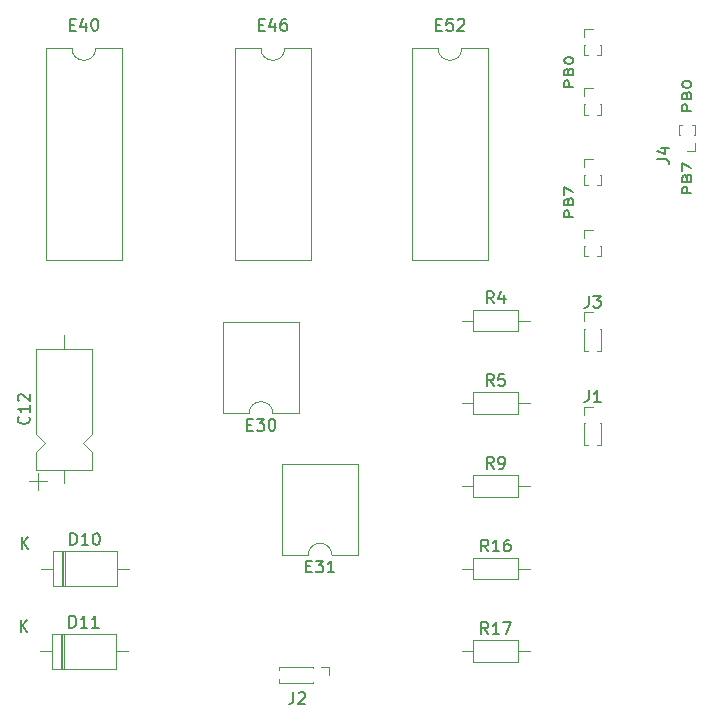
<source format=gbr>
%TF.GenerationSoftware,KiCad,Pcbnew,7.0.1-0*%
%TF.CreationDate,2023-05-12T11:35:50+01:00*%
%TF.ProjectId,rs232,72733233-322e-46b6-9963-61645f706362,rev?*%
%TF.SameCoordinates,Original*%
%TF.FileFunction,Legend,Top*%
%TF.FilePolarity,Positive*%
%FSLAX46Y46*%
G04 Gerber Fmt 4.6, Leading zero omitted, Abs format (unit mm)*
G04 Created by KiCad (PCBNEW 7.0.1-0) date 2023-05-12 11:35:50*
%MOMM*%
%LPD*%
G01*
G04 APERTURE LIST*
%ADD10C,0.150000*%
%ADD11C,0.120000*%
G04 APERTURE END LIST*
D10*
X231346964Y-103238094D02*
X230596964Y-103238094D01*
X230596964Y-103238094D02*
X230596964Y-102857142D01*
X230596964Y-102857142D02*
X230632678Y-102761904D01*
X230632678Y-102761904D02*
X230668392Y-102714285D01*
X230668392Y-102714285D02*
X230739821Y-102666666D01*
X230739821Y-102666666D02*
X230846964Y-102666666D01*
X230846964Y-102666666D02*
X230918392Y-102714285D01*
X230918392Y-102714285D02*
X230954107Y-102761904D01*
X230954107Y-102761904D02*
X230989821Y-102857142D01*
X230989821Y-102857142D02*
X230989821Y-103238094D01*
X230954107Y-101904761D02*
X230989821Y-101761904D01*
X230989821Y-101761904D02*
X231025535Y-101714285D01*
X231025535Y-101714285D02*
X231096964Y-101666666D01*
X231096964Y-101666666D02*
X231204107Y-101666666D01*
X231204107Y-101666666D02*
X231275535Y-101714285D01*
X231275535Y-101714285D02*
X231311250Y-101761904D01*
X231311250Y-101761904D02*
X231346964Y-101857142D01*
X231346964Y-101857142D02*
X231346964Y-102238094D01*
X231346964Y-102238094D02*
X230596964Y-102238094D01*
X230596964Y-102238094D02*
X230596964Y-101904761D01*
X230596964Y-101904761D02*
X230632678Y-101809523D01*
X230632678Y-101809523D02*
X230668392Y-101761904D01*
X230668392Y-101761904D02*
X230739821Y-101714285D01*
X230739821Y-101714285D02*
X230811250Y-101714285D01*
X230811250Y-101714285D02*
X230882678Y-101761904D01*
X230882678Y-101761904D02*
X230918392Y-101809523D01*
X230918392Y-101809523D02*
X230954107Y-101904761D01*
X230954107Y-101904761D02*
X230954107Y-102238094D01*
X230596964Y-101333332D02*
X230596964Y-100666666D01*
X230596964Y-100666666D02*
X231346964Y-101095237D01*
X231346964Y-92238094D02*
X230596964Y-92238094D01*
X230596964Y-92238094D02*
X230596964Y-91857142D01*
X230596964Y-91857142D02*
X230632678Y-91761904D01*
X230632678Y-91761904D02*
X230668392Y-91714285D01*
X230668392Y-91714285D02*
X230739821Y-91666666D01*
X230739821Y-91666666D02*
X230846964Y-91666666D01*
X230846964Y-91666666D02*
X230918392Y-91714285D01*
X230918392Y-91714285D02*
X230954107Y-91761904D01*
X230954107Y-91761904D02*
X230989821Y-91857142D01*
X230989821Y-91857142D02*
X230989821Y-92238094D01*
X230954107Y-90904761D02*
X230989821Y-90761904D01*
X230989821Y-90761904D02*
X231025535Y-90714285D01*
X231025535Y-90714285D02*
X231096964Y-90666666D01*
X231096964Y-90666666D02*
X231204107Y-90666666D01*
X231204107Y-90666666D02*
X231275535Y-90714285D01*
X231275535Y-90714285D02*
X231311250Y-90761904D01*
X231311250Y-90761904D02*
X231346964Y-90857142D01*
X231346964Y-90857142D02*
X231346964Y-91238094D01*
X231346964Y-91238094D02*
X230596964Y-91238094D01*
X230596964Y-91238094D02*
X230596964Y-90904761D01*
X230596964Y-90904761D02*
X230632678Y-90809523D01*
X230632678Y-90809523D02*
X230668392Y-90761904D01*
X230668392Y-90761904D02*
X230739821Y-90714285D01*
X230739821Y-90714285D02*
X230811250Y-90714285D01*
X230811250Y-90714285D02*
X230882678Y-90761904D01*
X230882678Y-90761904D02*
X230918392Y-90809523D01*
X230918392Y-90809523D02*
X230954107Y-90904761D01*
X230954107Y-90904761D02*
X230954107Y-91238094D01*
X230596964Y-90047618D02*
X230596964Y-89952380D01*
X230596964Y-89952380D02*
X230632678Y-89857142D01*
X230632678Y-89857142D02*
X230668392Y-89809523D01*
X230668392Y-89809523D02*
X230739821Y-89761904D01*
X230739821Y-89761904D02*
X230882678Y-89714285D01*
X230882678Y-89714285D02*
X231061250Y-89714285D01*
X231061250Y-89714285D02*
X231204107Y-89761904D01*
X231204107Y-89761904D02*
X231275535Y-89809523D01*
X231275535Y-89809523D02*
X231311250Y-89857142D01*
X231311250Y-89857142D02*
X231346964Y-89952380D01*
X231346964Y-89952380D02*
X231346964Y-90047618D01*
X231346964Y-90047618D02*
X231311250Y-90142856D01*
X231311250Y-90142856D02*
X231275535Y-90190475D01*
X231275535Y-90190475D02*
X231204107Y-90238094D01*
X231204107Y-90238094D02*
X231061250Y-90285713D01*
X231061250Y-90285713D02*
X230882678Y-90285713D01*
X230882678Y-90285713D02*
X230739821Y-90238094D01*
X230739821Y-90238094D02*
X230668392Y-90190475D01*
X230668392Y-90190475D02*
X230632678Y-90142856D01*
X230632678Y-90142856D02*
X230596964Y-90047618D01*
X241346964Y-101238094D02*
X240596964Y-101238094D01*
X240596964Y-101238094D02*
X240596964Y-100857142D01*
X240596964Y-100857142D02*
X240632678Y-100761904D01*
X240632678Y-100761904D02*
X240668392Y-100714285D01*
X240668392Y-100714285D02*
X240739821Y-100666666D01*
X240739821Y-100666666D02*
X240846964Y-100666666D01*
X240846964Y-100666666D02*
X240918392Y-100714285D01*
X240918392Y-100714285D02*
X240954107Y-100761904D01*
X240954107Y-100761904D02*
X240989821Y-100857142D01*
X240989821Y-100857142D02*
X240989821Y-101238094D01*
X240954107Y-99904761D02*
X240989821Y-99761904D01*
X240989821Y-99761904D02*
X241025535Y-99714285D01*
X241025535Y-99714285D02*
X241096964Y-99666666D01*
X241096964Y-99666666D02*
X241204107Y-99666666D01*
X241204107Y-99666666D02*
X241275535Y-99714285D01*
X241275535Y-99714285D02*
X241311250Y-99761904D01*
X241311250Y-99761904D02*
X241346964Y-99857142D01*
X241346964Y-99857142D02*
X241346964Y-100238094D01*
X241346964Y-100238094D02*
X240596964Y-100238094D01*
X240596964Y-100238094D02*
X240596964Y-99904761D01*
X240596964Y-99904761D02*
X240632678Y-99809523D01*
X240632678Y-99809523D02*
X240668392Y-99761904D01*
X240668392Y-99761904D02*
X240739821Y-99714285D01*
X240739821Y-99714285D02*
X240811250Y-99714285D01*
X240811250Y-99714285D02*
X240882678Y-99761904D01*
X240882678Y-99761904D02*
X240918392Y-99809523D01*
X240918392Y-99809523D02*
X240954107Y-99904761D01*
X240954107Y-99904761D02*
X240954107Y-100238094D01*
X240596964Y-99333332D02*
X240596964Y-98666666D01*
X240596964Y-98666666D02*
X241346964Y-99095237D01*
X241346964Y-94238094D02*
X240596964Y-94238094D01*
X240596964Y-94238094D02*
X240596964Y-93857142D01*
X240596964Y-93857142D02*
X240632678Y-93761904D01*
X240632678Y-93761904D02*
X240668392Y-93714285D01*
X240668392Y-93714285D02*
X240739821Y-93666666D01*
X240739821Y-93666666D02*
X240846964Y-93666666D01*
X240846964Y-93666666D02*
X240918392Y-93714285D01*
X240918392Y-93714285D02*
X240954107Y-93761904D01*
X240954107Y-93761904D02*
X240989821Y-93857142D01*
X240989821Y-93857142D02*
X240989821Y-94238094D01*
X240954107Y-92904761D02*
X240989821Y-92761904D01*
X240989821Y-92761904D02*
X241025535Y-92714285D01*
X241025535Y-92714285D02*
X241096964Y-92666666D01*
X241096964Y-92666666D02*
X241204107Y-92666666D01*
X241204107Y-92666666D02*
X241275535Y-92714285D01*
X241275535Y-92714285D02*
X241311250Y-92761904D01*
X241311250Y-92761904D02*
X241346964Y-92857142D01*
X241346964Y-92857142D02*
X241346964Y-93238094D01*
X241346964Y-93238094D02*
X240596964Y-93238094D01*
X240596964Y-93238094D02*
X240596964Y-92904761D01*
X240596964Y-92904761D02*
X240632678Y-92809523D01*
X240632678Y-92809523D02*
X240668392Y-92761904D01*
X240668392Y-92761904D02*
X240739821Y-92714285D01*
X240739821Y-92714285D02*
X240811250Y-92714285D01*
X240811250Y-92714285D02*
X240882678Y-92761904D01*
X240882678Y-92761904D02*
X240918392Y-92809523D01*
X240918392Y-92809523D02*
X240954107Y-92904761D01*
X240954107Y-92904761D02*
X240954107Y-93238094D01*
X240596964Y-92047618D02*
X240596964Y-91952380D01*
X240596964Y-91952380D02*
X240632678Y-91857142D01*
X240632678Y-91857142D02*
X240668392Y-91809523D01*
X240668392Y-91809523D02*
X240739821Y-91761904D01*
X240739821Y-91761904D02*
X240882678Y-91714285D01*
X240882678Y-91714285D02*
X241061250Y-91714285D01*
X241061250Y-91714285D02*
X241204107Y-91761904D01*
X241204107Y-91761904D02*
X241275535Y-91809523D01*
X241275535Y-91809523D02*
X241311250Y-91857142D01*
X241311250Y-91857142D02*
X241346964Y-91952380D01*
X241346964Y-91952380D02*
X241346964Y-92047618D01*
X241346964Y-92047618D02*
X241311250Y-92142856D01*
X241311250Y-92142856D02*
X241275535Y-92190475D01*
X241275535Y-92190475D02*
X241204107Y-92238094D01*
X241204107Y-92238094D02*
X241061250Y-92285713D01*
X241061250Y-92285713D02*
X240882678Y-92285713D01*
X240882678Y-92285713D02*
X240739821Y-92238094D01*
X240739821Y-92238094D02*
X240668392Y-92190475D01*
X240668392Y-92190475D02*
X240632678Y-92142856D01*
X240632678Y-92142856D02*
X240596964Y-92047618D01*
%TO.C,R4*%
X224623333Y-110542619D02*
X224290000Y-110066428D01*
X224051905Y-110542619D02*
X224051905Y-109542619D01*
X224051905Y-109542619D02*
X224432857Y-109542619D01*
X224432857Y-109542619D02*
X224528095Y-109590238D01*
X224528095Y-109590238D02*
X224575714Y-109637857D01*
X224575714Y-109637857D02*
X224623333Y-109733095D01*
X224623333Y-109733095D02*
X224623333Y-109875952D01*
X224623333Y-109875952D02*
X224575714Y-109971190D01*
X224575714Y-109971190D02*
X224528095Y-110018809D01*
X224528095Y-110018809D02*
X224432857Y-110066428D01*
X224432857Y-110066428D02*
X224051905Y-110066428D01*
X225480476Y-109875952D02*
X225480476Y-110542619D01*
X225242381Y-109495000D02*
X225004286Y-110209285D01*
X225004286Y-110209285D02*
X225623333Y-110209285D01*
%TO.C,E40*%
X188753333Y-86938809D02*
X189086666Y-86938809D01*
X189229523Y-87462619D02*
X188753333Y-87462619D01*
X188753333Y-87462619D02*
X188753333Y-86462619D01*
X188753333Y-86462619D02*
X189229523Y-86462619D01*
X190086666Y-86795952D02*
X190086666Y-87462619D01*
X189848571Y-86415000D02*
X189610476Y-87129285D01*
X189610476Y-87129285D02*
X190229523Y-87129285D01*
X190800952Y-86462619D02*
X190896190Y-86462619D01*
X190896190Y-86462619D02*
X190991428Y-86510238D01*
X190991428Y-86510238D02*
X191039047Y-86557857D01*
X191039047Y-86557857D02*
X191086666Y-86653095D01*
X191086666Y-86653095D02*
X191134285Y-86843571D01*
X191134285Y-86843571D02*
X191134285Y-87081666D01*
X191134285Y-87081666D02*
X191086666Y-87272142D01*
X191086666Y-87272142D02*
X191039047Y-87367380D01*
X191039047Y-87367380D02*
X190991428Y-87415000D01*
X190991428Y-87415000D02*
X190896190Y-87462619D01*
X190896190Y-87462619D02*
X190800952Y-87462619D01*
X190800952Y-87462619D02*
X190705714Y-87415000D01*
X190705714Y-87415000D02*
X190658095Y-87367380D01*
X190658095Y-87367380D02*
X190610476Y-87272142D01*
X190610476Y-87272142D02*
X190562857Y-87081666D01*
X190562857Y-87081666D02*
X190562857Y-86843571D01*
X190562857Y-86843571D02*
X190610476Y-86653095D01*
X190610476Y-86653095D02*
X190658095Y-86557857D01*
X190658095Y-86557857D02*
X190705714Y-86510238D01*
X190705714Y-86510238D02*
X190800952Y-86462619D01*
%TO.C,E31*%
X208753333Y-132808809D02*
X209086666Y-132808809D01*
X209229523Y-133332619D02*
X208753333Y-133332619D01*
X208753333Y-133332619D02*
X208753333Y-132332619D01*
X208753333Y-132332619D02*
X209229523Y-132332619D01*
X209562857Y-132332619D02*
X210181904Y-132332619D01*
X210181904Y-132332619D02*
X209848571Y-132713571D01*
X209848571Y-132713571D02*
X209991428Y-132713571D01*
X209991428Y-132713571D02*
X210086666Y-132761190D01*
X210086666Y-132761190D02*
X210134285Y-132808809D01*
X210134285Y-132808809D02*
X210181904Y-132904047D01*
X210181904Y-132904047D02*
X210181904Y-133142142D01*
X210181904Y-133142142D02*
X210134285Y-133237380D01*
X210134285Y-133237380D02*
X210086666Y-133285000D01*
X210086666Y-133285000D02*
X209991428Y-133332619D01*
X209991428Y-133332619D02*
X209705714Y-133332619D01*
X209705714Y-133332619D02*
X209610476Y-133285000D01*
X209610476Y-133285000D02*
X209562857Y-133237380D01*
X211134285Y-133332619D02*
X210562857Y-133332619D01*
X210848571Y-133332619D02*
X210848571Y-132332619D01*
X210848571Y-132332619D02*
X210753333Y-132475476D01*
X210753333Y-132475476D02*
X210658095Y-132570714D01*
X210658095Y-132570714D02*
X210562857Y-132618333D01*
%TO.C,J1*%
X232666666Y-117902619D02*
X232666666Y-118616904D01*
X232666666Y-118616904D02*
X232619047Y-118759761D01*
X232619047Y-118759761D02*
X232523809Y-118855000D01*
X232523809Y-118855000D02*
X232380952Y-118902619D01*
X232380952Y-118902619D02*
X232285714Y-118902619D01*
X233666666Y-118902619D02*
X233095238Y-118902619D01*
X233380952Y-118902619D02*
X233380952Y-117902619D01*
X233380952Y-117902619D02*
X233285714Y-118045476D01*
X233285714Y-118045476D02*
X233190476Y-118140714D01*
X233190476Y-118140714D02*
X233095238Y-118188333D01*
%TO.C,J4*%
X238462619Y-98333333D02*
X239176904Y-98333333D01*
X239176904Y-98333333D02*
X239319761Y-98380952D01*
X239319761Y-98380952D02*
X239415000Y-98476190D01*
X239415000Y-98476190D02*
X239462619Y-98619047D01*
X239462619Y-98619047D02*
X239462619Y-98714285D01*
X238795952Y-97428571D02*
X239462619Y-97428571D01*
X238415000Y-97666666D02*
X239129285Y-97904761D01*
X239129285Y-97904761D02*
X239129285Y-97285714D01*
%TO.C,E52*%
X219753333Y-86938809D02*
X220086666Y-86938809D01*
X220229523Y-87462619D02*
X219753333Y-87462619D01*
X219753333Y-87462619D02*
X219753333Y-86462619D01*
X219753333Y-86462619D02*
X220229523Y-86462619D01*
X221134285Y-86462619D02*
X220658095Y-86462619D01*
X220658095Y-86462619D02*
X220610476Y-86938809D01*
X220610476Y-86938809D02*
X220658095Y-86891190D01*
X220658095Y-86891190D02*
X220753333Y-86843571D01*
X220753333Y-86843571D02*
X220991428Y-86843571D01*
X220991428Y-86843571D02*
X221086666Y-86891190D01*
X221086666Y-86891190D02*
X221134285Y-86938809D01*
X221134285Y-86938809D02*
X221181904Y-87034047D01*
X221181904Y-87034047D02*
X221181904Y-87272142D01*
X221181904Y-87272142D02*
X221134285Y-87367380D01*
X221134285Y-87367380D02*
X221086666Y-87415000D01*
X221086666Y-87415000D02*
X220991428Y-87462619D01*
X220991428Y-87462619D02*
X220753333Y-87462619D01*
X220753333Y-87462619D02*
X220658095Y-87415000D01*
X220658095Y-87415000D02*
X220610476Y-87367380D01*
X221562857Y-86557857D02*
X221610476Y-86510238D01*
X221610476Y-86510238D02*
X221705714Y-86462619D01*
X221705714Y-86462619D02*
X221943809Y-86462619D01*
X221943809Y-86462619D02*
X222039047Y-86510238D01*
X222039047Y-86510238D02*
X222086666Y-86557857D01*
X222086666Y-86557857D02*
X222134285Y-86653095D01*
X222134285Y-86653095D02*
X222134285Y-86748333D01*
X222134285Y-86748333D02*
X222086666Y-86891190D01*
X222086666Y-86891190D02*
X221515238Y-87462619D01*
X221515238Y-87462619D02*
X222134285Y-87462619D01*
%TO.C,E46*%
X204753333Y-86938809D02*
X205086666Y-86938809D01*
X205229523Y-87462619D02*
X204753333Y-87462619D01*
X204753333Y-87462619D02*
X204753333Y-86462619D01*
X204753333Y-86462619D02*
X205229523Y-86462619D01*
X206086666Y-86795952D02*
X206086666Y-87462619D01*
X205848571Y-86415000D02*
X205610476Y-87129285D01*
X205610476Y-87129285D02*
X206229523Y-87129285D01*
X207039047Y-86462619D02*
X206848571Y-86462619D01*
X206848571Y-86462619D02*
X206753333Y-86510238D01*
X206753333Y-86510238D02*
X206705714Y-86557857D01*
X206705714Y-86557857D02*
X206610476Y-86700714D01*
X206610476Y-86700714D02*
X206562857Y-86891190D01*
X206562857Y-86891190D02*
X206562857Y-87272142D01*
X206562857Y-87272142D02*
X206610476Y-87367380D01*
X206610476Y-87367380D02*
X206658095Y-87415000D01*
X206658095Y-87415000D02*
X206753333Y-87462619D01*
X206753333Y-87462619D02*
X206943809Y-87462619D01*
X206943809Y-87462619D02*
X207039047Y-87415000D01*
X207039047Y-87415000D02*
X207086666Y-87367380D01*
X207086666Y-87367380D02*
X207134285Y-87272142D01*
X207134285Y-87272142D02*
X207134285Y-87034047D01*
X207134285Y-87034047D02*
X207086666Y-86938809D01*
X207086666Y-86938809D02*
X207039047Y-86891190D01*
X207039047Y-86891190D02*
X206943809Y-86843571D01*
X206943809Y-86843571D02*
X206753333Y-86843571D01*
X206753333Y-86843571D02*
X206658095Y-86891190D01*
X206658095Y-86891190D02*
X206610476Y-86938809D01*
X206610476Y-86938809D02*
X206562857Y-87034047D01*
%TO.C,D11*%
X188705714Y-137992619D02*
X188705714Y-136992619D01*
X188705714Y-136992619D02*
X188943809Y-136992619D01*
X188943809Y-136992619D02*
X189086666Y-137040238D01*
X189086666Y-137040238D02*
X189181904Y-137135476D01*
X189181904Y-137135476D02*
X189229523Y-137230714D01*
X189229523Y-137230714D02*
X189277142Y-137421190D01*
X189277142Y-137421190D02*
X189277142Y-137564047D01*
X189277142Y-137564047D02*
X189229523Y-137754523D01*
X189229523Y-137754523D02*
X189181904Y-137849761D01*
X189181904Y-137849761D02*
X189086666Y-137945000D01*
X189086666Y-137945000D02*
X188943809Y-137992619D01*
X188943809Y-137992619D02*
X188705714Y-137992619D01*
X190229523Y-137992619D02*
X189658095Y-137992619D01*
X189943809Y-137992619D02*
X189943809Y-136992619D01*
X189943809Y-136992619D02*
X189848571Y-137135476D01*
X189848571Y-137135476D02*
X189753333Y-137230714D01*
X189753333Y-137230714D02*
X189658095Y-137278333D01*
X191181904Y-137992619D02*
X190610476Y-137992619D01*
X190896190Y-137992619D02*
X190896190Y-136992619D01*
X190896190Y-136992619D02*
X190800952Y-137135476D01*
X190800952Y-137135476D02*
X190705714Y-137230714D01*
X190705714Y-137230714D02*
X190610476Y-137278333D01*
X184578095Y-138362619D02*
X184578095Y-137362619D01*
X185149523Y-138362619D02*
X184720952Y-137791190D01*
X185149523Y-137362619D02*
X184578095Y-137934047D01*
%TO.C,R5*%
X224623333Y-117542619D02*
X224290000Y-117066428D01*
X224051905Y-117542619D02*
X224051905Y-116542619D01*
X224051905Y-116542619D02*
X224432857Y-116542619D01*
X224432857Y-116542619D02*
X224528095Y-116590238D01*
X224528095Y-116590238D02*
X224575714Y-116637857D01*
X224575714Y-116637857D02*
X224623333Y-116733095D01*
X224623333Y-116733095D02*
X224623333Y-116875952D01*
X224623333Y-116875952D02*
X224575714Y-116971190D01*
X224575714Y-116971190D02*
X224528095Y-117018809D01*
X224528095Y-117018809D02*
X224432857Y-117066428D01*
X224432857Y-117066428D02*
X224051905Y-117066428D01*
X225528095Y-116542619D02*
X225051905Y-116542619D01*
X225051905Y-116542619D02*
X225004286Y-117018809D01*
X225004286Y-117018809D02*
X225051905Y-116971190D01*
X225051905Y-116971190D02*
X225147143Y-116923571D01*
X225147143Y-116923571D02*
X225385238Y-116923571D01*
X225385238Y-116923571D02*
X225480476Y-116971190D01*
X225480476Y-116971190D02*
X225528095Y-117018809D01*
X225528095Y-117018809D02*
X225575714Y-117114047D01*
X225575714Y-117114047D02*
X225575714Y-117352142D01*
X225575714Y-117352142D02*
X225528095Y-117447380D01*
X225528095Y-117447380D02*
X225480476Y-117495000D01*
X225480476Y-117495000D02*
X225385238Y-117542619D01*
X225385238Y-117542619D02*
X225147143Y-117542619D01*
X225147143Y-117542619D02*
X225051905Y-117495000D01*
X225051905Y-117495000D02*
X225004286Y-117447380D01*
%TO.C,J3*%
X232666666Y-109902619D02*
X232666666Y-110616904D01*
X232666666Y-110616904D02*
X232619047Y-110759761D01*
X232619047Y-110759761D02*
X232523809Y-110855000D01*
X232523809Y-110855000D02*
X232380952Y-110902619D01*
X232380952Y-110902619D02*
X232285714Y-110902619D01*
X233047619Y-109902619D02*
X233666666Y-109902619D01*
X233666666Y-109902619D02*
X233333333Y-110283571D01*
X233333333Y-110283571D02*
X233476190Y-110283571D01*
X233476190Y-110283571D02*
X233571428Y-110331190D01*
X233571428Y-110331190D02*
X233619047Y-110378809D01*
X233619047Y-110378809D02*
X233666666Y-110474047D01*
X233666666Y-110474047D02*
X233666666Y-110712142D01*
X233666666Y-110712142D02*
X233619047Y-110807380D01*
X233619047Y-110807380D02*
X233571428Y-110855000D01*
X233571428Y-110855000D02*
X233476190Y-110902619D01*
X233476190Y-110902619D02*
X233190476Y-110902619D01*
X233190476Y-110902619D02*
X233095238Y-110855000D01*
X233095238Y-110855000D02*
X233047619Y-110807380D01*
%TO.C,C12*%
X185239880Y-120142857D02*
X185287500Y-120190476D01*
X185287500Y-120190476D02*
X185335119Y-120333333D01*
X185335119Y-120333333D02*
X185335119Y-120428571D01*
X185335119Y-120428571D02*
X185287500Y-120571428D01*
X185287500Y-120571428D02*
X185192261Y-120666666D01*
X185192261Y-120666666D02*
X185097023Y-120714285D01*
X185097023Y-120714285D02*
X184906547Y-120761904D01*
X184906547Y-120761904D02*
X184763690Y-120761904D01*
X184763690Y-120761904D02*
X184573214Y-120714285D01*
X184573214Y-120714285D02*
X184477976Y-120666666D01*
X184477976Y-120666666D02*
X184382738Y-120571428D01*
X184382738Y-120571428D02*
X184335119Y-120428571D01*
X184335119Y-120428571D02*
X184335119Y-120333333D01*
X184335119Y-120333333D02*
X184382738Y-120190476D01*
X184382738Y-120190476D02*
X184430357Y-120142857D01*
X185335119Y-119190476D02*
X185335119Y-119761904D01*
X185335119Y-119476190D02*
X184335119Y-119476190D01*
X184335119Y-119476190D02*
X184477976Y-119571428D01*
X184477976Y-119571428D02*
X184573214Y-119666666D01*
X184573214Y-119666666D02*
X184620833Y-119761904D01*
X184430357Y-118809523D02*
X184382738Y-118761904D01*
X184382738Y-118761904D02*
X184335119Y-118666666D01*
X184335119Y-118666666D02*
X184335119Y-118428571D01*
X184335119Y-118428571D02*
X184382738Y-118333333D01*
X184382738Y-118333333D02*
X184430357Y-118285714D01*
X184430357Y-118285714D02*
X184525595Y-118238095D01*
X184525595Y-118238095D02*
X184620833Y-118238095D01*
X184620833Y-118238095D02*
X184763690Y-118285714D01*
X184763690Y-118285714D02*
X185335119Y-118857142D01*
X185335119Y-118857142D02*
X185335119Y-118238095D01*
%TO.C,E30*%
X203753333Y-120808809D02*
X204086666Y-120808809D01*
X204229523Y-121332619D02*
X203753333Y-121332619D01*
X203753333Y-121332619D02*
X203753333Y-120332619D01*
X203753333Y-120332619D02*
X204229523Y-120332619D01*
X204562857Y-120332619D02*
X205181904Y-120332619D01*
X205181904Y-120332619D02*
X204848571Y-120713571D01*
X204848571Y-120713571D02*
X204991428Y-120713571D01*
X204991428Y-120713571D02*
X205086666Y-120761190D01*
X205086666Y-120761190D02*
X205134285Y-120808809D01*
X205134285Y-120808809D02*
X205181904Y-120904047D01*
X205181904Y-120904047D02*
X205181904Y-121142142D01*
X205181904Y-121142142D02*
X205134285Y-121237380D01*
X205134285Y-121237380D02*
X205086666Y-121285000D01*
X205086666Y-121285000D02*
X204991428Y-121332619D01*
X204991428Y-121332619D02*
X204705714Y-121332619D01*
X204705714Y-121332619D02*
X204610476Y-121285000D01*
X204610476Y-121285000D02*
X204562857Y-121237380D01*
X205800952Y-120332619D02*
X205896190Y-120332619D01*
X205896190Y-120332619D02*
X205991428Y-120380238D01*
X205991428Y-120380238D02*
X206039047Y-120427857D01*
X206039047Y-120427857D02*
X206086666Y-120523095D01*
X206086666Y-120523095D02*
X206134285Y-120713571D01*
X206134285Y-120713571D02*
X206134285Y-120951666D01*
X206134285Y-120951666D02*
X206086666Y-121142142D01*
X206086666Y-121142142D02*
X206039047Y-121237380D01*
X206039047Y-121237380D02*
X205991428Y-121285000D01*
X205991428Y-121285000D02*
X205896190Y-121332619D01*
X205896190Y-121332619D02*
X205800952Y-121332619D01*
X205800952Y-121332619D02*
X205705714Y-121285000D01*
X205705714Y-121285000D02*
X205658095Y-121237380D01*
X205658095Y-121237380D02*
X205610476Y-121142142D01*
X205610476Y-121142142D02*
X205562857Y-120951666D01*
X205562857Y-120951666D02*
X205562857Y-120713571D01*
X205562857Y-120713571D02*
X205610476Y-120523095D01*
X205610476Y-120523095D02*
X205658095Y-120427857D01*
X205658095Y-120427857D02*
X205705714Y-120380238D01*
X205705714Y-120380238D02*
X205800952Y-120332619D01*
%TO.C,R16*%
X224147142Y-131542619D02*
X223813809Y-131066428D01*
X223575714Y-131542619D02*
X223575714Y-130542619D01*
X223575714Y-130542619D02*
X223956666Y-130542619D01*
X223956666Y-130542619D02*
X224051904Y-130590238D01*
X224051904Y-130590238D02*
X224099523Y-130637857D01*
X224099523Y-130637857D02*
X224147142Y-130733095D01*
X224147142Y-130733095D02*
X224147142Y-130875952D01*
X224147142Y-130875952D02*
X224099523Y-130971190D01*
X224099523Y-130971190D02*
X224051904Y-131018809D01*
X224051904Y-131018809D02*
X223956666Y-131066428D01*
X223956666Y-131066428D02*
X223575714Y-131066428D01*
X225099523Y-131542619D02*
X224528095Y-131542619D01*
X224813809Y-131542619D02*
X224813809Y-130542619D01*
X224813809Y-130542619D02*
X224718571Y-130685476D01*
X224718571Y-130685476D02*
X224623333Y-130780714D01*
X224623333Y-130780714D02*
X224528095Y-130828333D01*
X225956666Y-130542619D02*
X225766190Y-130542619D01*
X225766190Y-130542619D02*
X225670952Y-130590238D01*
X225670952Y-130590238D02*
X225623333Y-130637857D01*
X225623333Y-130637857D02*
X225528095Y-130780714D01*
X225528095Y-130780714D02*
X225480476Y-130971190D01*
X225480476Y-130971190D02*
X225480476Y-131352142D01*
X225480476Y-131352142D02*
X225528095Y-131447380D01*
X225528095Y-131447380D02*
X225575714Y-131495000D01*
X225575714Y-131495000D02*
X225670952Y-131542619D01*
X225670952Y-131542619D02*
X225861428Y-131542619D01*
X225861428Y-131542619D02*
X225956666Y-131495000D01*
X225956666Y-131495000D02*
X226004285Y-131447380D01*
X226004285Y-131447380D02*
X226051904Y-131352142D01*
X226051904Y-131352142D02*
X226051904Y-131114047D01*
X226051904Y-131114047D02*
X226004285Y-131018809D01*
X226004285Y-131018809D02*
X225956666Y-130971190D01*
X225956666Y-130971190D02*
X225861428Y-130923571D01*
X225861428Y-130923571D02*
X225670952Y-130923571D01*
X225670952Y-130923571D02*
X225575714Y-130971190D01*
X225575714Y-130971190D02*
X225528095Y-131018809D01*
X225528095Y-131018809D02*
X225480476Y-131114047D01*
%TO.C,R9*%
X224623333Y-124542619D02*
X224290000Y-124066428D01*
X224051905Y-124542619D02*
X224051905Y-123542619D01*
X224051905Y-123542619D02*
X224432857Y-123542619D01*
X224432857Y-123542619D02*
X224528095Y-123590238D01*
X224528095Y-123590238D02*
X224575714Y-123637857D01*
X224575714Y-123637857D02*
X224623333Y-123733095D01*
X224623333Y-123733095D02*
X224623333Y-123875952D01*
X224623333Y-123875952D02*
X224575714Y-123971190D01*
X224575714Y-123971190D02*
X224528095Y-124018809D01*
X224528095Y-124018809D02*
X224432857Y-124066428D01*
X224432857Y-124066428D02*
X224051905Y-124066428D01*
X225099524Y-124542619D02*
X225290000Y-124542619D01*
X225290000Y-124542619D02*
X225385238Y-124495000D01*
X225385238Y-124495000D02*
X225432857Y-124447380D01*
X225432857Y-124447380D02*
X225528095Y-124304523D01*
X225528095Y-124304523D02*
X225575714Y-124114047D01*
X225575714Y-124114047D02*
X225575714Y-123733095D01*
X225575714Y-123733095D02*
X225528095Y-123637857D01*
X225528095Y-123637857D02*
X225480476Y-123590238D01*
X225480476Y-123590238D02*
X225385238Y-123542619D01*
X225385238Y-123542619D02*
X225194762Y-123542619D01*
X225194762Y-123542619D02*
X225099524Y-123590238D01*
X225099524Y-123590238D02*
X225051905Y-123637857D01*
X225051905Y-123637857D02*
X225004286Y-123733095D01*
X225004286Y-123733095D02*
X225004286Y-123971190D01*
X225004286Y-123971190D02*
X225051905Y-124066428D01*
X225051905Y-124066428D02*
X225099524Y-124114047D01*
X225099524Y-124114047D02*
X225194762Y-124161666D01*
X225194762Y-124161666D02*
X225385238Y-124161666D01*
X225385238Y-124161666D02*
X225480476Y-124114047D01*
X225480476Y-124114047D02*
X225528095Y-124066428D01*
X225528095Y-124066428D02*
X225575714Y-123971190D01*
%TO.C,J2*%
X207666666Y-143462619D02*
X207666666Y-144176904D01*
X207666666Y-144176904D02*
X207619047Y-144319761D01*
X207619047Y-144319761D02*
X207523809Y-144415000D01*
X207523809Y-144415000D02*
X207380952Y-144462619D01*
X207380952Y-144462619D02*
X207285714Y-144462619D01*
X208095238Y-143557857D02*
X208142857Y-143510238D01*
X208142857Y-143510238D02*
X208238095Y-143462619D01*
X208238095Y-143462619D02*
X208476190Y-143462619D01*
X208476190Y-143462619D02*
X208571428Y-143510238D01*
X208571428Y-143510238D02*
X208619047Y-143557857D01*
X208619047Y-143557857D02*
X208666666Y-143653095D01*
X208666666Y-143653095D02*
X208666666Y-143748333D01*
X208666666Y-143748333D02*
X208619047Y-143891190D01*
X208619047Y-143891190D02*
X208047619Y-144462619D01*
X208047619Y-144462619D02*
X208666666Y-144462619D01*
%TO.C,D10*%
X188785714Y-130992619D02*
X188785714Y-129992619D01*
X188785714Y-129992619D02*
X189023809Y-129992619D01*
X189023809Y-129992619D02*
X189166666Y-130040238D01*
X189166666Y-130040238D02*
X189261904Y-130135476D01*
X189261904Y-130135476D02*
X189309523Y-130230714D01*
X189309523Y-130230714D02*
X189357142Y-130421190D01*
X189357142Y-130421190D02*
X189357142Y-130564047D01*
X189357142Y-130564047D02*
X189309523Y-130754523D01*
X189309523Y-130754523D02*
X189261904Y-130849761D01*
X189261904Y-130849761D02*
X189166666Y-130945000D01*
X189166666Y-130945000D02*
X189023809Y-130992619D01*
X189023809Y-130992619D02*
X188785714Y-130992619D01*
X190309523Y-130992619D02*
X189738095Y-130992619D01*
X190023809Y-130992619D02*
X190023809Y-129992619D01*
X190023809Y-129992619D02*
X189928571Y-130135476D01*
X189928571Y-130135476D02*
X189833333Y-130230714D01*
X189833333Y-130230714D02*
X189738095Y-130278333D01*
X190928571Y-129992619D02*
X191023809Y-129992619D01*
X191023809Y-129992619D02*
X191119047Y-130040238D01*
X191119047Y-130040238D02*
X191166666Y-130087857D01*
X191166666Y-130087857D02*
X191214285Y-130183095D01*
X191214285Y-130183095D02*
X191261904Y-130373571D01*
X191261904Y-130373571D02*
X191261904Y-130611666D01*
X191261904Y-130611666D02*
X191214285Y-130802142D01*
X191214285Y-130802142D02*
X191166666Y-130897380D01*
X191166666Y-130897380D02*
X191119047Y-130945000D01*
X191119047Y-130945000D02*
X191023809Y-130992619D01*
X191023809Y-130992619D02*
X190928571Y-130992619D01*
X190928571Y-130992619D02*
X190833333Y-130945000D01*
X190833333Y-130945000D02*
X190785714Y-130897380D01*
X190785714Y-130897380D02*
X190738095Y-130802142D01*
X190738095Y-130802142D02*
X190690476Y-130611666D01*
X190690476Y-130611666D02*
X190690476Y-130373571D01*
X190690476Y-130373571D02*
X190738095Y-130183095D01*
X190738095Y-130183095D02*
X190785714Y-130087857D01*
X190785714Y-130087857D02*
X190833333Y-130040238D01*
X190833333Y-130040238D02*
X190928571Y-129992619D01*
X184658095Y-131362619D02*
X184658095Y-130362619D01*
X185229523Y-131362619D02*
X184800952Y-130791190D01*
X185229523Y-130362619D02*
X184658095Y-130934047D01*
%TO.C,R17*%
X224147142Y-138542619D02*
X223813809Y-138066428D01*
X223575714Y-138542619D02*
X223575714Y-137542619D01*
X223575714Y-137542619D02*
X223956666Y-137542619D01*
X223956666Y-137542619D02*
X224051904Y-137590238D01*
X224051904Y-137590238D02*
X224099523Y-137637857D01*
X224099523Y-137637857D02*
X224147142Y-137733095D01*
X224147142Y-137733095D02*
X224147142Y-137875952D01*
X224147142Y-137875952D02*
X224099523Y-137971190D01*
X224099523Y-137971190D02*
X224051904Y-138018809D01*
X224051904Y-138018809D02*
X223956666Y-138066428D01*
X223956666Y-138066428D02*
X223575714Y-138066428D01*
X225099523Y-138542619D02*
X224528095Y-138542619D01*
X224813809Y-138542619D02*
X224813809Y-137542619D01*
X224813809Y-137542619D02*
X224718571Y-137685476D01*
X224718571Y-137685476D02*
X224623333Y-137780714D01*
X224623333Y-137780714D02*
X224528095Y-137828333D01*
X225432857Y-137542619D02*
X226099523Y-137542619D01*
X226099523Y-137542619D02*
X225670952Y-138542619D01*
D11*
%TO.C,TSC1*%
X232305000Y-99685000D02*
X232391724Y-99685000D01*
X232305000Y-98315000D02*
X233000000Y-98315000D01*
X232305000Y-99685000D02*
X232305000Y-100560000D01*
X232305000Y-100560000D02*
X232605507Y-100560000D01*
X233608276Y-99685000D02*
X233695000Y-99685000D01*
X233394493Y-100560000D02*
X233695000Y-100560000D01*
X232305000Y-99000000D02*
X232305000Y-98315000D01*
X233695000Y-99685000D02*
X233695000Y-100560000D01*
%TO.C,TSC4*%
X232305000Y-105685000D02*
X232391724Y-105685000D01*
X232305000Y-104315000D02*
X233000000Y-104315000D01*
X232305000Y-105685000D02*
X232305000Y-106560000D01*
X232305000Y-106560000D02*
X232605507Y-106560000D01*
X233608276Y-105685000D02*
X233695000Y-105685000D01*
X233394493Y-106560000D02*
X233695000Y-106560000D01*
X232305000Y-105000000D02*
X232305000Y-104315000D01*
X233695000Y-105685000D02*
X233695000Y-106560000D01*
%TO.C,TSC3*%
X232305000Y-88685000D02*
X232391724Y-88685000D01*
X232305000Y-87315000D02*
X233000000Y-87315000D01*
X232305000Y-88685000D02*
X232305000Y-89560000D01*
X232305000Y-89560000D02*
X232605507Y-89560000D01*
X233608276Y-88685000D02*
X233695000Y-88685000D01*
X233394493Y-89560000D02*
X233695000Y-89560000D01*
X232305000Y-88000000D02*
X232305000Y-87315000D01*
X233695000Y-88685000D02*
X233695000Y-89560000D01*
%TO.C,TSC2*%
X232305000Y-93685000D02*
X232391724Y-93685000D01*
X232305000Y-92315000D02*
X233000000Y-92315000D01*
X232305000Y-93685000D02*
X232305000Y-94560000D01*
X232305000Y-94560000D02*
X232605507Y-94560000D01*
X233608276Y-93685000D02*
X233695000Y-93685000D01*
X233394493Y-94560000D02*
X233695000Y-94560000D01*
X232305000Y-93000000D02*
X232305000Y-92315000D01*
X233695000Y-93685000D02*
X233695000Y-94560000D01*
%TO.C,R4*%
X221920000Y-112000000D02*
X222870000Y-112000000D01*
X222870000Y-111080000D02*
X222870000Y-112920000D01*
X222870000Y-112920000D02*
X226710000Y-112920000D01*
X226710000Y-111080000D02*
X222870000Y-111080000D01*
X226710000Y-112920000D02*
X226710000Y-111080000D01*
X227660000Y-112000000D02*
X226710000Y-112000000D01*
%TO.C,E40*%
X186685000Y-88970000D02*
X186685000Y-106870000D01*
X186685000Y-106870000D02*
X193155000Y-106870000D01*
X188920000Y-88970000D02*
X186685000Y-88970000D01*
X193155000Y-88970000D02*
X190920000Y-88970000D01*
X193155000Y-106870000D02*
X193155000Y-88970000D01*
X188920000Y-88970000D02*
G75*
G03*
X190920000Y-88970000I1000000J0D01*
G01*
%TO.C,E31*%
X213155000Y-131870000D02*
X213155000Y-124130000D01*
X213155000Y-124130000D02*
X206685000Y-124130000D01*
X210920000Y-131870000D02*
X213155000Y-131870000D01*
X206685000Y-131870000D02*
X208920000Y-131870000D01*
X206685000Y-124130000D02*
X206685000Y-131870000D01*
X210920000Y-131870000D02*
G75*
G03*
X208920000Y-131870000I-1000000J0D01*
G01*
%TO.C,J1*%
X232305000Y-119315000D02*
X233000000Y-119315000D01*
X232305000Y-120000000D02*
X232305000Y-119315000D01*
X232305000Y-120685000D02*
X232305000Y-122560000D01*
X232305000Y-120685000D02*
X232391724Y-120685000D01*
X232305000Y-122560000D02*
X232605507Y-122560000D01*
X233394493Y-122560000D02*
X233695000Y-122560000D01*
X233608276Y-120685000D02*
X233695000Y-120685000D01*
X233695000Y-120685000D02*
X233695000Y-122560000D01*
%TO.C,J4*%
X241695000Y-97685000D02*
X241000000Y-97685000D01*
X241695000Y-97000000D02*
X241695000Y-97685000D01*
X241695000Y-96315000D02*
X241695000Y-95440000D01*
X241695000Y-96315000D02*
X241608276Y-96315000D01*
X241695000Y-95440000D02*
X241394493Y-95440000D01*
X240605507Y-95440000D02*
X240305000Y-95440000D01*
X240391724Y-96315000D02*
X240305000Y-96315000D01*
X240305000Y-96315000D02*
X240305000Y-95440000D01*
%TO.C,E52*%
X217685000Y-88970000D02*
X217685000Y-106870000D01*
X217685000Y-106870000D02*
X224155000Y-106870000D01*
X219920000Y-88970000D02*
X217685000Y-88970000D01*
X224155000Y-88970000D02*
X221920000Y-88970000D01*
X224155000Y-106870000D02*
X224155000Y-88970000D01*
X219920000Y-88970000D02*
G75*
G03*
X221920000Y-88970000I1000000J0D01*
G01*
%TO.C,E46*%
X202685000Y-88970000D02*
X202685000Y-106870000D01*
X202685000Y-106870000D02*
X209155000Y-106870000D01*
X204920000Y-88970000D02*
X202685000Y-88970000D01*
X209155000Y-88970000D02*
X206920000Y-88970000D01*
X209155000Y-106870000D02*
X209155000Y-88970000D01*
X204920000Y-88970000D02*
G75*
G03*
X206920000Y-88970000I1000000J0D01*
G01*
%TO.C,D11*%
X186180000Y-140000000D02*
X187200000Y-140000000D01*
X187200000Y-138530000D02*
X187200000Y-141470000D01*
X187200000Y-141470000D02*
X192640000Y-141470000D01*
X187980000Y-138530000D02*
X187980000Y-141470000D01*
X188100000Y-138530000D02*
X188100000Y-141470000D01*
X188220000Y-138530000D02*
X188220000Y-141470000D01*
X192640000Y-138530000D02*
X187200000Y-138530000D01*
X192640000Y-141470000D02*
X192640000Y-138530000D01*
X193660000Y-140000000D02*
X192640000Y-140000000D01*
%TO.C,R5*%
X221920000Y-119000000D02*
X222870000Y-119000000D01*
X222870000Y-118080000D02*
X222870000Y-119920000D01*
X222870000Y-119920000D02*
X226710000Y-119920000D01*
X226710000Y-118080000D02*
X222870000Y-118080000D01*
X226710000Y-119920000D02*
X226710000Y-118080000D01*
X227660000Y-119000000D02*
X226710000Y-119000000D01*
%TO.C,J3*%
X232305000Y-111315000D02*
X233000000Y-111315000D01*
X232305000Y-112000000D02*
X232305000Y-111315000D01*
X232305000Y-112685000D02*
X232305000Y-114560000D01*
X232305000Y-112685000D02*
X232391724Y-112685000D01*
X232305000Y-114560000D02*
X232605507Y-114560000D01*
X233394493Y-114560000D02*
X233695000Y-114560000D01*
X233608276Y-112685000D02*
X233695000Y-112685000D01*
X233695000Y-112685000D02*
X233695000Y-114560000D01*
%TO.C,C12*%
X186042500Y-126370000D02*
X186042500Y-124870000D01*
X188242500Y-125760000D02*
X188242500Y-124620000D01*
X185292500Y-125620000D02*
X186792500Y-125620000D01*
X185872500Y-124620000D02*
X190612500Y-124620000D01*
X185872500Y-124620000D02*
X185872500Y-123120000D01*
X190612500Y-124620000D02*
X190612500Y-123120000D01*
X185872500Y-123120000D02*
X186622500Y-122370000D01*
X190612500Y-123120000D02*
X189862500Y-122370000D01*
X186622500Y-122370000D02*
X185872500Y-121620000D01*
X189862500Y-122370000D02*
X190612500Y-121620000D01*
X185872500Y-121620000D02*
X185872500Y-114380000D01*
X190612500Y-121620000D02*
X190612500Y-114380000D01*
X185872500Y-114380000D02*
X190612500Y-114380000D01*
X188242500Y-113240000D02*
X188242500Y-114380000D01*
%TO.C,E30*%
X208155000Y-119870000D02*
X208155000Y-112130000D01*
X208155000Y-112130000D02*
X201685000Y-112130000D01*
X205920000Y-119870000D02*
X208155000Y-119870000D01*
X201685000Y-119870000D02*
X203920000Y-119870000D01*
X201685000Y-112130000D02*
X201685000Y-119870000D01*
X205920000Y-119870000D02*
G75*
G03*
X203920000Y-119870000I-1000000J0D01*
G01*
%TO.C,R16*%
X221920000Y-133000000D02*
X222870000Y-133000000D01*
X222870000Y-132080000D02*
X222870000Y-133920000D01*
X222870000Y-133920000D02*
X226710000Y-133920000D01*
X226710000Y-132080000D02*
X222870000Y-132080000D01*
X226710000Y-133920000D02*
X226710000Y-132080000D01*
X227660000Y-133000000D02*
X226710000Y-133000000D01*
%TO.C,R9*%
X221920000Y-126000000D02*
X222870000Y-126000000D01*
X222870000Y-125080000D02*
X222870000Y-126920000D01*
X222870000Y-126920000D02*
X226710000Y-126920000D01*
X226710000Y-125080000D02*
X222870000Y-125080000D01*
X226710000Y-126920000D02*
X226710000Y-125080000D01*
X227660000Y-126000000D02*
X226710000Y-126000000D01*
%TO.C,J2*%
X210685000Y-141305000D02*
X210685000Y-142000000D01*
X210000000Y-141305000D02*
X210685000Y-141305000D01*
X209315000Y-141305000D02*
X206440000Y-141305000D01*
X209315000Y-141305000D02*
X209315000Y-141391724D01*
X206440000Y-141305000D02*
X206440000Y-141605507D01*
X206440000Y-142394493D02*
X206440000Y-142695000D01*
X209315000Y-142608276D02*
X209315000Y-142695000D01*
X209315000Y-142695000D02*
X206440000Y-142695000D01*
%TO.C,D10*%
X186260000Y-133000000D02*
X187280000Y-133000000D01*
X187280000Y-131530000D02*
X187280000Y-134470000D01*
X187280000Y-134470000D02*
X192720000Y-134470000D01*
X188060000Y-131530000D02*
X188060000Y-134470000D01*
X188180000Y-131530000D02*
X188180000Y-134470000D01*
X188300000Y-131530000D02*
X188300000Y-134470000D01*
X192720000Y-131530000D02*
X187280000Y-131530000D01*
X192720000Y-134470000D02*
X192720000Y-131530000D01*
X193740000Y-133000000D02*
X192720000Y-133000000D01*
%TO.C,R17*%
X221920000Y-140000000D02*
X222870000Y-140000000D01*
X222870000Y-139080000D02*
X222870000Y-140920000D01*
X222870000Y-140920000D02*
X226710000Y-140920000D01*
X226710000Y-139080000D02*
X222870000Y-139080000D01*
X226710000Y-140920000D02*
X226710000Y-139080000D01*
X227660000Y-140000000D02*
X226710000Y-140000000D01*
%TD*%
M02*

</source>
